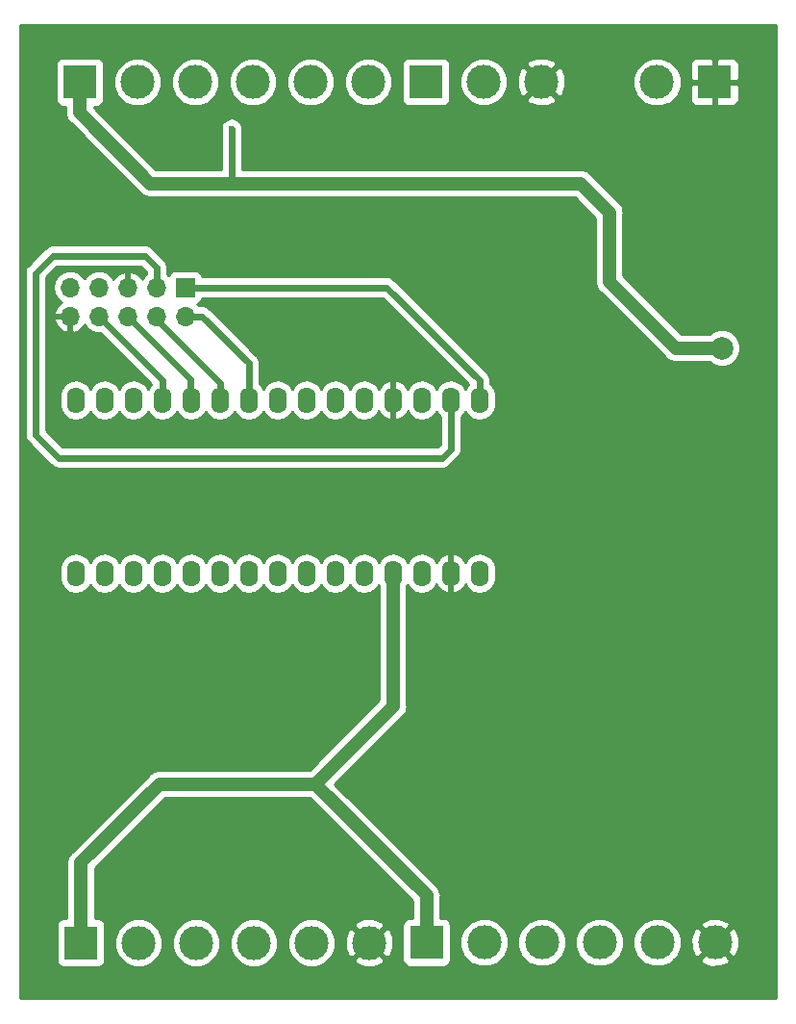
<source format=gbr>
G04 #@! TF.GenerationSoftware,KiCad,Pcbnew,5.0.2+dfsg1-1*
G04 #@! TF.CreationDate,2021-01-22T14:28:10+01:00*
G04 #@! TF.ProjectId,wat,7761742e-6b69-4636-9164-5f7063625858,rev?*
G04 #@! TF.SameCoordinates,Original*
G04 #@! TF.FileFunction,Copper,L2,Bot*
G04 #@! TF.FilePolarity,Positive*
%FSLAX46Y46*%
G04 Gerber Fmt 4.6, Leading zero omitted, Abs format (unit mm)*
G04 Created by KiCad (PCBNEW 5.0.2+dfsg1-1) date vie 22 ene 2021 14:28:10 CET*
%MOMM*%
%LPD*%
G01*
G04 APERTURE LIST*
G04 #@! TA.AperFunction,ComponentPad*
%ADD10C,3.000000*%
G04 #@! TD*
G04 #@! TA.AperFunction,ComponentPad*
%ADD11R,3.000000X3.000000*%
G04 #@! TD*
G04 #@! TA.AperFunction,ComponentPad*
%ADD12O,1.700000X1.700000*%
G04 #@! TD*
G04 #@! TA.AperFunction,ComponentPad*
%ADD13R,1.700000X1.700000*%
G04 #@! TD*
G04 #@! TA.AperFunction,ComponentPad*
%ADD14C,1.998980*%
G04 #@! TD*
G04 #@! TA.AperFunction,ComponentPad*
%ADD15O,1.574800X2.286000*%
G04 #@! TD*
G04 #@! TA.AperFunction,ViaPad*
%ADD16C,0.600000*%
G04 #@! TD*
G04 #@! TA.AperFunction,Conductor*
%ADD17C,1.200000*%
G04 #@! TD*
G04 #@! TA.AperFunction,Conductor*
%ADD18C,0.600000*%
G04 #@! TD*
G04 #@! TA.AperFunction,Conductor*
%ADD19C,0.254000*%
G04 #@! TD*
G04 APERTURE END LIST*
D10*
G04 #@! TO.P,J4,6*
G04 #@! TO.N,/D4*
X91795600Y-79222600D03*
G04 #@! TO.P,J4,5*
G04 #@! TO.N,/D5*
X86715600Y-79222600D03*
G04 #@! TO.P,J4,4*
G04 #@! TO.N,/D10*
X81635600Y-79222600D03*
D11*
G04 #@! TO.P,J4,1*
G04 #@! TO.N,VCC*
X66395600Y-79222600D03*
D10*
G04 #@! TO.P,J4,3*
G04 #@! TO.N,/D11*
X76555600Y-79222600D03*
G04 #@! TO.P,J4,2*
G04 #@! TO.N,/D12*
X71475600Y-79222600D03*
G04 #@! TD*
D12*
G04 #@! TO.P,J1,10*
G04 #@! TO.N,GND*
X65532000Y-99822000D03*
G04 #@! TO.P,J1,9*
G04 #@! TO.N,/vcc_5v*
X65532000Y-97282000D03*
G04 #@! TO.P,J1,8*
G04 #@! TO.N,/D9*
X68072000Y-99822000D03*
G04 #@! TO.P,J1,7*
G04 #@! TO.N,/vcc_5v*
X68072000Y-97282000D03*
G04 #@! TO.P,J1,6*
G04 #@! TO.N,/D8*
X70612000Y-99822000D03*
G04 #@! TO.P,J1,5*
G04 #@! TO.N,GND*
X70612000Y-97282000D03*
G04 #@! TO.P,J1,4*
G04 #@! TO.N,/D7*
X73152000Y-99822000D03*
G04 #@! TO.P,J1,3*
G04 #@! TO.N,/ard_rx*
X73152000Y-97282000D03*
G04 #@! TO.P,J1,2*
G04 #@! TO.N,/D6*
X75692000Y-99822000D03*
D13*
G04 #@! TO.P,J1,1*
G04 #@! TO.N,/ard_tx*
X75692000Y-97282000D03*
G04 #@! TD*
D10*
G04 #@! TO.P,J2,6*
G04 #@! TO.N,GND*
X122326400Y-154914600D03*
G04 #@! TO.P,J2,5*
G04 #@! TO.N,/jA7*
X117246400Y-154914600D03*
G04 #@! TO.P,J2,4*
G04 #@! TO.N,/jA6*
X112166400Y-154914600D03*
D11*
G04 #@! TO.P,J2,1*
G04 #@! TO.N,VCC*
X96926400Y-154914600D03*
D10*
G04 #@! TO.P,J2,3*
G04 #@! TO.N,/jA5*
X107086400Y-154914600D03*
G04 #@! TO.P,J2,2*
G04 #@! TO.N,/jA4*
X102006400Y-154914600D03*
G04 #@! TD*
D11*
G04 #@! TO.P,J3,1*
G04 #@! TO.N,/D3*
X96875600Y-79197200D03*
D10*
G04 #@! TO.P,J3,2*
G04 #@! TO.N,/D2*
X101955600Y-79197200D03*
G04 #@! TO.P,J3,3*
G04 #@! TO.N,GND*
X107035600Y-79197200D03*
G04 #@! TD*
G04 #@! TO.P,J5,2*
G04 #@! TO.N,/jA0*
X71551800Y-154940000D03*
G04 #@! TO.P,J5,3*
G04 #@! TO.N,/jA1*
X76631800Y-154940000D03*
D11*
G04 #@! TO.P,J5,1*
G04 #@! TO.N,VCC*
X66471800Y-154940000D03*
D10*
G04 #@! TO.P,J5,4*
G04 #@! TO.N,/jA2*
X81711800Y-154940000D03*
G04 #@! TO.P,J5,5*
G04 #@! TO.N,/jA3*
X86791800Y-154940000D03*
G04 #@! TO.P,J5,6*
G04 #@! TO.N,GND*
X91871800Y-154940000D03*
G04 #@! TD*
G04 #@! TO.P,P1,2*
G04 #@! TO.N,/vcc_5v*
X117221000Y-79222600D03*
D11*
G04 #@! TO.P,P1,1*
G04 #@! TO.N,GND*
X122301000Y-79222600D03*
G04 #@! TD*
D14*
G04 #@! TO.P,W1,1*
G04 #@! TO.N,VCC*
X122936000Y-102616000D03*
G04 #@! TD*
D15*
G04 #@! TO.P,U1,26*
G04 #@! TO.N,/A7*
X91440000Y-122428000D03*
G04 #@! TO.P,U1,25*
G04 #@! TO.N,/A6*
X88900000Y-122428000D03*
G04 #@! TO.P,U1,24*
G04 #@! TO.N,/A5*
X86360000Y-122428000D03*
G04 #@! TO.P,U1,23*
G04 #@! TO.N,/A4*
X83820000Y-122428000D03*
G04 #@! TO.P,U1,22*
G04 #@! TO.N,/A3*
X81280000Y-122428000D03*
G04 #@! TO.P,U1,21*
G04 #@! TO.N,/A2*
X78740000Y-122428000D03*
G04 #@! TO.P,U1,20*
G04 #@! TO.N,/A1*
X76200000Y-122428000D03*
G04 #@! TO.P,U1,16*
G04 #@! TO.N,Net-(U1-Pad16)*
X66040000Y-122428000D03*
G04 #@! TO.P,U1,15*
G04 #@! TO.N,/D12*
X66040000Y-107188000D03*
G04 #@! TO.P,U1,14*
G04 #@! TO.N,/D11*
X68580000Y-107188000D03*
G04 #@! TO.P,U1,13*
G04 #@! TO.N,/D10*
X71120000Y-107188000D03*
G04 #@! TO.P,U1,12*
G04 #@! TO.N,/D9*
X73660000Y-107188000D03*
G04 #@! TO.P,U1,11*
G04 #@! TO.N,/D8*
X76200000Y-107188000D03*
G04 #@! TO.P,U1,10*
G04 #@! TO.N,/D7*
X78740000Y-107188000D03*
G04 #@! TO.P,U1,9*
G04 #@! TO.N,/D6*
X81280000Y-107188000D03*
G04 #@! TO.P,U1,8*
G04 #@! TO.N,/D5*
X83820000Y-107188000D03*
G04 #@! TO.P,U1,7*
G04 #@! TO.N,/D4*
X86360000Y-107188000D03*
G04 #@! TO.P,U1,6*
G04 #@! TO.N,/D3*
X88900000Y-107188000D03*
G04 #@! TO.P,U1,5*
G04 #@! TO.N,/D2*
X91440000Y-107188000D03*
G04 #@! TO.P,U1,1*
G04 #@! TO.N,/ard_tx*
X101600000Y-107188000D03*
G04 #@! TO.P,U1,17*
G04 #@! TO.N,Net-(U1-Pad17)*
X68580000Y-122428000D03*
G04 #@! TO.P,U1,18*
G04 #@! TO.N,Net-(U1-Pad18)*
X71120000Y-122428000D03*
G04 #@! TO.P,U1,19*
G04 #@! TO.N,/A0*
X73660000Y-122428000D03*
G04 #@! TO.P,U1,27*
G04 #@! TO.N,VCC*
X93980000Y-122428000D03*
G04 #@! TO.P,U1,28*
G04 #@! TO.N,Net-(U1-Pad28)*
X96520000Y-122428000D03*
G04 #@! TO.P,U1,29*
G04 #@! TO.N,GND*
X99060000Y-122428000D03*
G04 #@! TO.P,U1,30*
G04 #@! TO.N,Net-(U1-Pad30)*
X101600000Y-122428000D03*
G04 #@! TO.P,U1,4*
G04 #@! TO.N,GND*
X93980000Y-107188000D03*
G04 #@! TO.P,U1,3*
G04 #@! TO.N,Net-(U1-Pad3)*
X96520000Y-107188000D03*
G04 #@! TO.P,U1,2*
G04 #@! TO.N,/ard_rx*
X99060000Y-107188000D03*
G04 #@! TD*
D16*
G04 #@! TO.N,VCC*
X79756000Y-83312000D03*
X95980000Y-88138000D03*
X113030000Y-90678000D03*
X113030000Y-93980000D03*
X66395600Y-81922600D03*
G04 #@! TD*
D17*
G04 #@! TO.N,VCC*
X113030000Y-90678000D02*
X110490000Y-88138000D01*
X66395600Y-81922600D02*
X66395600Y-79222600D01*
X66471800Y-154940000D02*
X66471800Y-147904200D01*
X66471800Y-147904200D02*
X73406000Y-140970000D01*
X73406000Y-140970000D02*
X87122000Y-140970000D01*
X93980000Y-134112000D02*
X93980000Y-122428000D01*
X87122000Y-140970000D02*
X93980000Y-134112000D01*
X96926400Y-150774400D02*
X87122000Y-140970000D01*
X96926400Y-154914600D02*
X96926400Y-150774400D01*
X118872000Y-102616000D02*
X113030000Y-96774000D01*
X122936000Y-102616000D02*
X118872000Y-102616000D01*
D18*
X79756000Y-83312000D02*
X79756000Y-88138000D01*
D17*
X79756000Y-88138000D02*
X72611000Y-88138000D01*
X110490000Y-88138000D02*
X92964000Y-88138000D01*
X92964000Y-88138000D02*
X79756000Y-88138000D01*
X72611000Y-88138000D02*
X67056000Y-82583000D01*
X67056000Y-82583000D02*
X66395600Y-81922600D01*
X113030000Y-96774000D02*
X113030000Y-94996000D01*
X113030000Y-94996000D02*
X113030000Y-93980000D01*
X113030000Y-93980000D02*
X113030000Y-90678000D01*
D18*
G04 #@! TO.N,/ard_rx*
X99060000Y-107188000D02*
X99060000Y-106832400D01*
X99060000Y-107188000D02*
X99060000Y-111506000D01*
X73152000Y-95504000D02*
X73152000Y-97282000D01*
X72136000Y-94488000D02*
X73152000Y-95504000D01*
X64008000Y-94488000D02*
X72136000Y-94488000D01*
X62484000Y-96012000D02*
X64008000Y-94488000D01*
X62484000Y-110236000D02*
X62484000Y-96012000D01*
X64516000Y-112268000D02*
X62484000Y-110236000D01*
X98298000Y-112268000D02*
X64516000Y-112268000D01*
X99060000Y-111506000D02*
X98298000Y-112268000D01*
G04 #@! TO.N,/ard_tx*
X93437000Y-97282000D02*
X91186000Y-97282000D01*
X101600000Y-105445000D02*
X93437000Y-97282000D01*
X101600000Y-107188000D02*
X101600000Y-105445000D01*
X75692000Y-97282000D02*
X91186000Y-97282000D01*
X91186000Y-97282000D02*
X92456000Y-97282000D01*
G04 #@! TO.N,/D9*
X68072000Y-99822000D02*
X68072000Y-99885500D01*
X73660000Y-105473500D02*
X73660000Y-107188000D01*
X68072000Y-99885500D02*
X73660000Y-105473500D01*
G04 #@! TO.N,/D8*
X70612000Y-99822000D02*
X76136500Y-105346500D01*
X76136500Y-107124500D02*
X76200000Y-107188000D01*
X76136500Y-105346500D02*
X76136500Y-107124500D01*
G04 #@! TO.N,/D7*
X73152000Y-99822000D02*
X73152000Y-100076000D01*
X78740000Y-105664000D02*
X78740000Y-107188000D01*
X73152000Y-100076000D02*
X78740000Y-105664000D01*
G04 #@! TO.N,/D6*
X75692000Y-99822000D02*
X77152500Y-99822000D01*
X81280000Y-103949500D02*
X81280000Y-107188000D01*
X77152500Y-99822000D02*
X81280000Y-103949500D01*
G04 #@! TD*
D19*
G04 #@! TO.N,GND*
G36*
X127687001Y-159818000D02*
X61162000Y-159818000D01*
X61162000Y-153440000D01*
X64324360Y-153440000D01*
X64324360Y-156440000D01*
X64373643Y-156687765D01*
X64513991Y-156897809D01*
X64724035Y-157038157D01*
X64971800Y-157087440D01*
X67971800Y-157087440D01*
X68219565Y-157038157D01*
X68429609Y-156897809D01*
X68569957Y-156687765D01*
X68619240Y-156440000D01*
X68619240Y-154515322D01*
X69416800Y-154515322D01*
X69416800Y-155364678D01*
X69741834Y-156149380D01*
X70342420Y-156749966D01*
X71127122Y-157075000D01*
X71976478Y-157075000D01*
X72761180Y-156749966D01*
X73361766Y-156149380D01*
X73686800Y-155364678D01*
X73686800Y-154515322D01*
X74496800Y-154515322D01*
X74496800Y-155364678D01*
X74821834Y-156149380D01*
X75422420Y-156749966D01*
X76207122Y-157075000D01*
X77056478Y-157075000D01*
X77841180Y-156749966D01*
X78441766Y-156149380D01*
X78766800Y-155364678D01*
X78766800Y-154515322D01*
X79576800Y-154515322D01*
X79576800Y-155364678D01*
X79901834Y-156149380D01*
X80502420Y-156749966D01*
X81287122Y-157075000D01*
X82136478Y-157075000D01*
X82921180Y-156749966D01*
X83521766Y-156149380D01*
X83846800Y-155364678D01*
X83846800Y-154515322D01*
X84656800Y-154515322D01*
X84656800Y-155364678D01*
X84981834Y-156149380D01*
X85582420Y-156749966D01*
X86367122Y-157075000D01*
X87216478Y-157075000D01*
X88001180Y-156749966D01*
X88297176Y-156453970D01*
X90537435Y-156453970D01*
X90697218Y-156772739D01*
X91487987Y-157082723D01*
X92337187Y-157066497D01*
X93046382Y-156772739D01*
X93206165Y-156453970D01*
X91871800Y-155119605D01*
X90537435Y-156453970D01*
X88297176Y-156453970D01*
X88601766Y-156149380D01*
X88926800Y-155364678D01*
X88926800Y-154556187D01*
X89729077Y-154556187D01*
X89745303Y-155405387D01*
X90039061Y-156114582D01*
X90357830Y-156274365D01*
X91692195Y-154940000D01*
X92051405Y-154940000D01*
X93385770Y-156274365D01*
X93704539Y-156114582D01*
X94014523Y-155323813D01*
X93998297Y-154474613D01*
X93704539Y-153765418D01*
X93385770Y-153605635D01*
X92051405Y-154940000D01*
X91692195Y-154940000D01*
X90357830Y-153605635D01*
X90039061Y-153765418D01*
X89729077Y-154556187D01*
X88926800Y-154556187D01*
X88926800Y-154515322D01*
X88601766Y-153730620D01*
X88297176Y-153426030D01*
X90537435Y-153426030D01*
X91871800Y-154760395D01*
X93206165Y-153426030D01*
X93046382Y-153107261D01*
X92255613Y-152797277D01*
X91406413Y-152813503D01*
X90697218Y-153107261D01*
X90537435Y-153426030D01*
X88297176Y-153426030D01*
X88001180Y-153130034D01*
X87216478Y-152805000D01*
X86367122Y-152805000D01*
X85582420Y-153130034D01*
X84981834Y-153730620D01*
X84656800Y-154515322D01*
X83846800Y-154515322D01*
X83521766Y-153730620D01*
X82921180Y-153130034D01*
X82136478Y-152805000D01*
X81287122Y-152805000D01*
X80502420Y-153130034D01*
X79901834Y-153730620D01*
X79576800Y-154515322D01*
X78766800Y-154515322D01*
X78441766Y-153730620D01*
X77841180Y-153130034D01*
X77056478Y-152805000D01*
X76207122Y-152805000D01*
X75422420Y-153130034D01*
X74821834Y-153730620D01*
X74496800Y-154515322D01*
X73686800Y-154515322D01*
X73361766Y-153730620D01*
X72761180Y-153130034D01*
X71976478Y-152805000D01*
X71127122Y-152805000D01*
X70342420Y-153130034D01*
X69741834Y-153730620D01*
X69416800Y-154515322D01*
X68619240Y-154515322D01*
X68619240Y-153440000D01*
X68569957Y-153192235D01*
X68429609Y-152982191D01*
X68219565Y-152841843D01*
X67971800Y-152792560D01*
X67706800Y-152792560D01*
X67706800Y-148415753D01*
X73917554Y-142205000D01*
X86610447Y-142205000D01*
X95691401Y-151285955D01*
X95691401Y-152767160D01*
X95426400Y-152767160D01*
X95178635Y-152816443D01*
X94968591Y-152956791D01*
X94828243Y-153166835D01*
X94778960Y-153414600D01*
X94778960Y-156414600D01*
X94828243Y-156662365D01*
X94968591Y-156872409D01*
X95178635Y-157012757D01*
X95426400Y-157062040D01*
X98426400Y-157062040D01*
X98674165Y-157012757D01*
X98884209Y-156872409D01*
X99024557Y-156662365D01*
X99073840Y-156414600D01*
X99073840Y-154489922D01*
X99871400Y-154489922D01*
X99871400Y-155339278D01*
X100196434Y-156123980D01*
X100797020Y-156724566D01*
X101581722Y-157049600D01*
X102431078Y-157049600D01*
X103215780Y-156724566D01*
X103816366Y-156123980D01*
X104141400Y-155339278D01*
X104141400Y-154489922D01*
X104951400Y-154489922D01*
X104951400Y-155339278D01*
X105276434Y-156123980D01*
X105877020Y-156724566D01*
X106661722Y-157049600D01*
X107511078Y-157049600D01*
X108295780Y-156724566D01*
X108896366Y-156123980D01*
X109221400Y-155339278D01*
X109221400Y-154489922D01*
X110031400Y-154489922D01*
X110031400Y-155339278D01*
X110356434Y-156123980D01*
X110957020Y-156724566D01*
X111741722Y-157049600D01*
X112591078Y-157049600D01*
X113375780Y-156724566D01*
X113976366Y-156123980D01*
X114301400Y-155339278D01*
X114301400Y-154489922D01*
X115111400Y-154489922D01*
X115111400Y-155339278D01*
X115436434Y-156123980D01*
X116037020Y-156724566D01*
X116821722Y-157049600D01*
X117671078Y-157049600D01*
X118455780Y-156724566D01*
X118751776Y-156428570D01*
X120992035Y-156428570D01*
X121151818Y-156747339D01*
X121942587Y-157057323D01*
X122791787Y-157041097D01*
X123500982Y-156747339D01*
X123660765Y-156428570D01*
X122326400Y-155094205D01*
X120992035Y-156428570D01*
X118751776Y-156428570D01*
X119056366Y-156123980D01*
X119381400Y-155339278D01*
X119381400Y-154530787D01*
X120183677Y-154530787D01*
X120199903Y-155379987D01*
X120493661Y-156089182D01*
X120812430Y-156248965D01*
X122146795Y-154914600D01*
X122506005Y-154914600D01*
X123840370Y-156248965D01*
X124159139Y-156089182D01*
X124469123Y-155298413D01*
X124452897Y-154449213D01*
X124159139Y-153740018D01*
X123840370Y-153580235D01*
X122506005Y-154914600D01*
X122146795Y-154914600D01*
X120812430Y-153580235D01*
X120493661Y-153740018D01*
X120183677Y-154530787D01*
X119381400Y-154530787D01*
X119381400Y-154489922D01*
X119056366Y-153705220D01*
X118751776Y-153400630D01*
X120992035Y-153400630D01*
X122326400Y-154734995D01*
X123660765Y-153400630D01*
X123500982Y-153081861D01*
X122710213Y-152771877D01*
X121861013Y-152788103D01*
X121151818Y-153081861D01*
X120992035Y-153400630D01*
X118751776Y-153400630D01*
X118455780Y-153104634D01*
X117671078Y-152779600D01*
X116821722Y-152779600D01*
X116037020Y-153104634D01*
X115436434Y-153705220D01*
X115111400Y-154489922D01*
X114301400Y-154489922D01*
X113976366Y-153705220D01*
X113375780Y-153104634D01*
X112591078Y-152779600D01*
X111741722Y-152779600D01*
X110957020Y-153104634D01*
X110356434Y-153705220D01*
X110031400Y-154489922D01*
X109221400Y-154489922D01*
X108896366Y-153705220D01*
X108295780Y-153104634D01*
X107511078Y-152779600D01*
X106661722Y-152779600D01*
X105877020Y-153104634D01*
X105276434Y-153705220D01*
X104951400Y-154489922D01*
X104141400Y-154489922D01*
X103816366Y-153705220D01*
X103215780Y-153104634D01*
X102431078Y-152779600D01*
X101581722Y-152779600D01*
X100797020Y-153104634D01*
X100196434Y-153705220D01*
X99871400Y-154489922D01*
X99073840Y-154489922D01*
X99073840Y-153414600D01*
X99024557Y-153166835D01*
X98884209Y-152956791D01*
X98674165Y-152816443D01*
X98426400Y-152767160D01*
X98161400Y-152767160D01*
X98161400Y-150896030D01*
X98185594Y-150774399D01*
X98161400Y-150652768D01*
X98161400Y-150652764D01*
X98089744Y-150292527D01*
X97816785Y-149884015D01*
X97713669Y-149815115D01*
X88868553Y-140970000D01*
X94767267Y-135071286D01*
X94870385Y-135002385D01*
X95143344Y-134593873D01*
X95215000Y-134233636D01*
X95215000Y-134233632D01*
X95239194Y-134112000D01*
X95215000Y-133990368D01*
X95215000Y-123495543D01*
X95250000Y-123443162D01*
X95494507Y-123809092D01*
X95965007Y-124123471D01*
X96520000Y-124233866D01*
X97074992Y-124123471D01*
X97545492Y-123809093D01*
X97792681Y-123439149D01*
X97794475Y-123445262D01*
X98144014Y-123879191D01*
X98633004Y-124146327D01*
X98712940Y-124163010D01*
X98933000Y-124040852D01*
X98933000Y-122555000D01*
X98913000Y-122555000D01*
X98913000Y-122301000D01*
X98933000Y-122301000D01*
X98933000Y-120815148D01*
X99187000Y-120815148D01*
X99187000Y-122301000D01*
X99207000Y-122301000D01*
X99207000Y-122555000D01*
X99187000Y-122555000D01*
X99187000Y-124040852D01*
X99407060Y-124163010D01*
X99486996Y-124146327D01*
X99975986Y-123879191D01*
X100325525Y-123445262D01*
X100327319Y-123439149D01*
X100574507Y-123809092D01*
X101045007Y-124123471D01*
X101600000Y-124233866D01*
X102154992Y-124123471D01*
X102625492Y-123809093D01*
X102939871Y-123338593D01*
X103022400Y-122923692D01*
X103022400Y-121932309D01*
X102939871Y-121517407D01*
X102625493Y-121046907D01*
X102154993Y-120732529D01*
X101600000Y-120622134D01*
X101045008Y-120732529D01*
X100574508Y-121046907D01*
X100327319Y-121416851D01*
X100325525Y-121410738D01*
X99975986Y-120976809D01*
X99486996Y-120709673D01*
X99407060Y-120692990D01*
X99187000Y-120815148D01*
X98933000Y-120815148D01*
X98712940Y-120692990D01*
X98633004Y-120709673D01*
X98144014Y-120976809D01*
X97794475Y-121410738D01*
X97792681Y-121416851D01*
X97545493Y-121046907D01*
X97074993Y-120732529D01*
X96520000Y-120622134D01*
X95965008Y-120732529D01*
X95494508Y-121046907D01*
X95250000Y-121412838D01*
X95005493Y-121046907D01*
X94534993Y-120732529D01*
X93980000Y-120622134D01*
X93425008Y-120732529D01*
X92954508Y-121046907D01*
X92710000Y-121412838D01*
X92465493Y-121046907D01*
X91994993Y-120732529D01*
X91440000Y-120622134D01*
X90885008Y-120732529D01*
X90414508Y-121046907D01*
X90170000Y-121412838D01*
X89925493Y-121046907D01*
X89454993Y-120732529D01*
X88900000Y-120622134D01*
X88345008Y-120732529D01*
X87874508Y-121046907D01*
X87630000Y-121412838D01*
X87385493Y-121046907D01*
X86914993Y-120732529D01*
X86360000Y-120622134D01*
X85805008Y-120732529D01*
X85334508Y-121046907D01*
X85090000Y-121412838D01*
X84845493Y-121046907D01*
X84374993Y-120732529D01*
X83820000Y-120622134D01*
X83265008Y-120732529D01*
X82794508Y-121046907D01*
X82550000Y-121412838D01*
X82305493Y-121046907D01*
X81834993Y-120732529D01*
X81280000Y-120622134D01*
X80725008Y-120732529D01*
X80254508Y-121046907D01*
X80010000Y-121412838D01*
X79765493Y-121046907D01*
X79294993Y-120732529D01*
X78740000Y-120622134D01*
X78185008Y-120732529D01*
X77714508Y-121046907D01*
X77470000Y-121412838D01*
X77225493Y-121046907D01*
X76754993Y-120732529D01*
X76200000Y-120622134D01*
X75645008Y-120732529D01*
X75174508Y-121046907D01*
X74930000Y-121412838D01*
X74685493Y-121046907D01*
X74214993Y-120732529D01*
X73660000Y-120622134D01*
X73105008Y-120732529D01*
X72634508Y-121046907D01*
X72390000Y-121412838D01*
X72145493Y-121046907D01*
X71674993Y-120732529D01*
X71120000Y-120622134D01*
X70565008Y-120732529D01*
X70094508Y-121046907D01*
X69850000Y-121412838D01*
X69605493Y-121046907D01*
X69134993Y-120732529D01*
X68580000Y-120622134D01*
X68025008Y-120732529D01*
X67554508Y-121046907D01*
X67310000Y-121412838D01*
X67065493Y-121046907D01*
X66594993Y-120732529D01*
X66040000Y-120622134D01*
X65485008Y-120732529D01*
X65014508Y-121046907D01*
X64700129Y-121517407D01*
X64617600Y-121932308D01*
X64617600Y-122923691D01*
X64700129Y-123338592D01*
X65014507Y-123809092D01*
X65485007Y-124123471D01*
X66040000Y-124233866D01*
X66594992Y-124123471D01*
X67065492Y-123809093D01*
X67310000Y-123443162D01*
X67554507Y-123809092D01*
X68025007Y-124123471D01*
X68580000Y-124233866D01*
X69134992Y-124123471D01*
X69605492Y-123809093D01*
X69850000Y-123443162D01*
X70094507Y-123809092D01*
X70565007Y-124123471D01*
X71120000Y-124233866D01*
X71674992Y-124123471D01*
X72145492Y-123809093D01*
X72390000Y-123443162D01*
X72634507Y-123809092D01*
X73105007Y-124123471D01*
X73660000Y-124233866D01*
X74214992Y-124123471D01*
X74685492Y-123809093D01*
X74930000Y-123443162D01*
X75174507Y-123809092D01*
X75645007Y-124123471D01*
X76200000Y-124233866D01*
X76754992Y-124123471D01*
X77225492Y-123809093D01*
X77470000Y-123443162D01*
X77714507Y-123809092D01*
X78185007Y-124123471D01*
X78740000Y-124233866D01*
X79294992Y-124123471D01*
X79765492Y-123809093D01*
X80010000Y-123443162D01*
X80254507Y-123809092D01*
X80725007Y-124123471D01*
X81280000Y-124233866D01*
X81834992Y-124123471D01*
X82305492Y-123809093D01*
X82550000Y-123443162D01*
X82794507Y-123809092D01*
X83265007Y-124123471D01*
X83820000Y-124233866D01*
X84374992Y-124123471D01*
X84845492Y-123809093D01*
X85090000Y-123443162D01*
X85334507Y-123809092D01*
X85805007Y-124123471D01*
X86360000Y-124233866D01*
X86914992Y-124123471D01*
X87385492Y-123809093D01*
X87630000Y-123443162D01*
X87874507Y-123809092D01*
X88345007Y-124123471D01*
X88900000Y-124233866D01*
X89454992Y-124123471D01*
X89925492Y-123809093D01*
X90170000Y-123443162D01*
X90414507Y-123809092D01*
X90885007Y-124123471D01*
X91440000Y-124233866D01*
X91994992Y-124123471D01*
X92465492Y-123809093D01*
X92710000Y-123443162D01*
X92745001Y-123495544D01*
X92745000Y-133600447D01*
X86610447Y-139735000D01*
X73527632Y-139735000D01*
X73406000Y-139710806D01*
X73284368Y-139735000D01*
X73284364Y-139735000D01*
X72924127Y-139806656D01*
X72618732Y-140010714D01*
X72618731Y-140010715D01*
X72515615Y-140079615D01*
X72446715Y-140182731D01*
X65684532Y-146944915D01*
X65581416Y-147013815D01*
X65512516Y-147116931D01*
X65512514Y-147116933D01*
X65308456Y-147422328D01*
X65212606Y-147904200D01*
X65236801Y-148025837D01*
X65236800Y-152792560D01*
X64971800Y-152792560D01*
X64724035Y-152841843D01*
X64513991Y-152982191D01*
X64373643Y-153192235D01*
X64324360Y-153440000D01*
X61162000Y-153440000D01*
X61162000Y-96012000D01*
X61530683Y-96012000D01*
X61549001Y-96104091D01*
X61549000Y-110143914D01*
X61530683Y-110236000D01*
X61549000Y-110328085D01*
X61603250Y-110600818D01*
X61809903Y-110910097D01*
X61887972Y-110962261D01*
X63789741Y-112864031D01*
X63841903Y-112942097D01*
X63919969Y-112994259D01*
X64151181Y-113148750D01*
X64516000Y-113221317D01*
X64608086Y-113203000D01*
X98205914Y-113203000D01*
X98298000Y-113221317D01*
X98390086Y-113203000D01*
X98662819Y-113148750D01*
X98972097Y-112942097D01*
X99024261Y-112864028D01*
X99656030Y-112232259D01*
X99734097Y-112180097D01*
X99940750Y-111870819D01*
X99995000Y-111598086D01*
X100013317Y-111506000D01*
X99995000Y-111413914D01*
X99995000Y-108629558D01*
X100085492Y-108569093D01*
X100330000Y-108203162D01*
X100574507Y-108569092D01*
X101045007Y-108883471D01*
X101600000Y-108993866D01*
X102154992Y-108883471D01*
X102625492Y-108569093D01*
X102939871Y-108098593D01*
X103022400Y-107683692D01*
X103022400Y-106692309D01*
X102939871Y-106277407D01*
X102625493Y-105806907D01*
X102535000Y-105746442D01*
X102535000Y-105537081D01*
X102553316Y-105444999D01*
X102535000Y-105352917D01*
X102535000Y-105352914D01*
X102480750Y-105080181D01*
X102274097Y-104770903D01*
X102196031Y-104718741D01*
X94163261Y-96685972D01*
X94111097Y-96607903D01*
X93801819Y-96401250D01*
X93529086Y-96347000D01*
X93437000Y-96328683D01*
X93344914Y-96347000D01*
X77172533Y-96347000D01*
X77140157Y-96184235D01*
X76999809Y-95974191D01*
X76789765Y-95833843D01*
X76542000Y-95784560D01*
X74842000Y-95784560D01*
X74594235Y-95833843D01*
X74384191Y-95974191D01*
X74243843Y-96184235D01*
X74234816Y-96229619D01*
X74222625Y-96211375D01*
X74087000Y-96120753D01*
X74087000Y-95596086D01*
X74105317Y-95504000D01*
X74032750Y-95139181D01*
X73878259Y-94907969D01*
X73826097Y-94829903D01*
X73748031Y-94777741D01*
X72862261Y-93891972D01*
X72810097Y-93813903D01*
X72500819Y-93607250D01*
X72228086Y-93553000D01*
X72136000Y-93534683D01*
X72043914Y-93553000D01*
X64100080Y-93553000D01*
X64007999Y-93534684D01*
X63915918Y-93553000D01*
X63915914Y-93553000D01*
X63643181Y-93607250D01*
X63333903Y-93813903D01*
X63281741Y-93891969D01*
X61887970Y-95285741D01*
X61809904Y-95337903D01*
X61757742Y-95415969D01*
X61757741Y-95415970D01*
X61603250Y-95647182D01*
X61530683Y-96012000D01*
X61162000Y-96012000D01*
X61162000Y-77722600D01*
X64248160Y-77722600D01*
X64248160Y-80722600D01*
X64297443Y-80970365D01*
X64437791Y-81180409D01*
X64647835Y-81320757D01*
X64895600Y-81370040D01*
X65160600Y-81370040D01*
X65160600Y-81800968D01*
X65136406Y-81922600D01*
X65160600Y-82044232D01*
X65160600Y-82044235D01*
X65232256Y-82404472D01*
X65505215Y-82812985D01*
X65608334Y-82881887D01*
X66096714Y-83370267D01*
X71651715Y-88925269D01*
X71720615Y-89028385D01*
X71823731Y-89097285D01*
X71823732Y-89097286D01*
X71994572Y-89211437D01*
X72129127Y-89301344D01*
X72489364Y-89373000D01*
X72489368Y-89373000D01*
X72610999Y-89397194D01*
X72732630Y-89373000D01*
X109978447Y-89373000D01*
X111795001Y-91189555D01*
X111795000Y-93858364D01*
X111795000Y-96652368D01*
X111770806Y-96774000D01*
X111795000Y-96895632D01*
X111795000Y-96895635D01*
X111866656Y-97255872D01*
X112139615Y-97664385D01*
X112242734Y-97733287D01*
X117912713Y-103403266D01*
X117981615Y-103506385D01*
X118390127Y-103779344D01*
X118750364Y-103851000D01*
X118750368Y-103851000D01*
X118872000Y-103875194D01*
X118993632Y-103851000D01*
X121859482Y-103851000D01*
X122010136Y-104001654D01*
X122610880Y-104250490D01*
X123261120Y-104250490D01*
X123861864Y-104001654D01*
X124321654Y-103541864D01*
X124570490Y-102941120D01*
X124570490Y-102290880D01*
X124321654Y-101690136D01*
X123861864Y-101230346D01*
X123261120Y-100981510D01*
X122610880Y-100981510D01*
X122010136Y-101230346D01*
X121859482Y-101381000D01*
X119383553Y-101381000D01*
X114265000Y-96262447D01*
X114265000Y-90799630D01*
X114289194Y-90677999D01*
X114265000Y-90556368D01*
X114265000Y-90556364D01*
X114193344Y-90196127D01*
X113920385Y-89787615D01*
X113817269Y-89718715D01*
X111449287Y-87350734D01*
X111380385Y-87247615D01*
X110971873Y-86974656D01*
X110611636Y-86903000D01*
X110611632Y-86903000D01*
X110490000Y-86878806D01*
X110368368Y-86903000D01*
X80691000Y-86903000D01*
X80691000Y-83126017D01*
X80655067Y-83039267D01*
X80636750Y-82947181D01*
X80584588Y-82869115D01*
X80548655Y-82782365D01*
X80482259Y-82715969D01*
X80430097Y-82637903D01*
X80352031Y-82585741D01*
X80285635Y-82519345D01*
X80198883Y-82483411D01*
X80120818Y-82431250D01*
X80028734Y-82412933D01*
X79941983Y-82377000D01*
X79848086Y-82377000D01*
X79756000Y-82358683D01*
X79663914Y-82377000D01*
X79570017Y-82377000D01*
X79483267Y-82412933D01*
X79391181Y-82431250D01*
X79313115Y-82483412D01*
X79226365Y-82519345D01*
X79159969Y-82585741D01*
X79081903Y-82637903D01*
X79029741Y-82715969D01*
X78963345Y-82782365D01*
X78927411Y-82869117D01*
X78875250Y-82947182D01*
X78856933Y-83039266D01*
X78821000Y-83126017D01*
X78821000Y-83219915D01*
X78821001Y-86903000D01*
X73122554Y-86903000D01*
X67843267Y-81623714D01*
X67843265Y-81623712D01*
X67630600Y-81411048D01*
X67630600Y-81370040D01*
X67895600Y-81370040D01*
X68143365Y-81320757D01*
X68353409Y-81180409D01*
X68493757Y-80970365D01*
X68543040Y-80722600D01*
X68543040Y-78797922D01*
X69340600Y-78797922D01*
X69340600Y-79647278D01*
X69665634Y-80431980D01*
X70266220Y-81032566D01*
X71050922Y-81357600D01*
X71900278Y-81357600D01*
X72684980Y-81032566D01*
X73285566Y-80431980D01*
X73610600Y-79647278D01*
X73610600Y-78797922D01*
X74420600Y-78797922D01*
X74420600Y-79647278D01*
X74745634Y-80431980D01*
X75346220Y-81032566D01*
X76130922Y-81357600D01*
X76980278Y-81357600D01*
X77764980Y-81032566D01*
X78365566Y-80431980D01*
X78690600Y-79647278D01*
X78690600Y-78797922D01*
X79500600Y-78797922D01*
X79500600Y-79647278D01*
X79825634Y-80431980D01*
X80426220Y-81032566D01*
X81210922Y-81357600D01*
X82060278Y-81357600D01*
X82844980Y-81032566D01*
X83445566Y-80431980D01*
X83770600Y-79647278D01*
X83770600Y-78797922D01*
X84580600Y-78797922D01*
X84580600Y-79647278D01*
X84905634Y-80431980D01*
X85506220Y-81032566D01*
X86290922Y-81357600D01*
X87140278Y-81357600D01*
X87924980Y-81032566D01*
X88525566Y-80431980D01*
X88850600Y-79647278D01*
X88850600Y-78797922D01*
X89660600Y-78797922D01*
X89660600Y-79647278D01*
X89985634Y-80431980D01*
X90586220Y-81032566D01*
X91370922Y-81357600D01*
X92220278Y-81357600D01*
X93004980Y-81032566D01*
X93605566Y-80431980D01*
X93930600Y-79647278D01*
X93930600Y-78797922D01*
X93605566Y-78013220D01*
X93289546Y-77697200D01*
X94728160Y-77697200D01*
X94728160Y-80697200D01*
X94777443Y-80944965D01*
X94917791Y-81155009D01*
X95127835Y-81295357D01*
X95375600Y-81344640D01*
X98375600Y-81344640D01*
X98623365Y-81295357D01*
X98833409Y-81155009D01*
X98973757Y-80944965D01*
X99023040Y-80697200D01*
X99023040Y-78772522D01*
X99820600Y-78772522D01*
X99820600Y-79621878D01*
X100145634Y-80406580D01*
X100746220Y-81007166D01*
X101530922Y-81332200D01*
X102380278Y-81332200D01*
X103164980Y-81007166D01*
X103460976Y-80711170D01*
X105701235Y-80711170D01*
X105861018Y-81029939D01*
X106651787Y-81339923D01*
X107500987Y-81323697D01*
X108210182Y-81029939D01*
X108369965Y-80711170D01*
X107035600Y-79376805D01*
X105701235Y-80711170D01*
X103460976Y-80711170D01*
X103765566Y-80406580D01*
X104090600Y-79621878D01*
X104090600Y-78813387D01*
X104892877Y-78813387D01*
X104909103Y-79662587D01*
X105202861Y-80371782D01*
X105521630Y-80531565D01*
X106855995Y-79197200D01*
X107215205Y-79197200D01*
X108549570Y-80531565D01*
X108868339Y-80371782D01*
X109178323Y-79581013D01*
X109163361Y-78797922D01*
X115086000Y-78797922D01*
X115086000Y-79647278D01*
X115411034Y-80431980D01*
X116011620Y-81032566D01*
X116796322Y-81357600D01*
X117645678Y-81357600D01*
X118430380Y-81032566D01*
X119030966Y-80431980D01*
X119356000Y-79647278D01*
X119356000Y-79508350D01*
X120166000Y-79508350D01*
X120166000Y-80848910D01*
X120262673Y-81082299D01*
X120441302Y-81260927D01*
X120674691Y-81357600D01*
X122015250Y-81357600D01*
X122174000Y-81198850D01*
X122174000Y-79349600D01*
X122428000Y-79349600D01*
X122428000Y-81198850D01*
X122586750Y-81357600D01*
X123927309Y-81357600D01*
X124160698Y-81260927D01*
X124339327Y-81082299D01*
X124436000Y-80848910D01*
X124436000Y-79508350D01*
X124277250Y-79349600D01*
X122428000Y-79349600D01*
X122174000Y-79349600D01*
X120324750Y-79349600D01*
X120166000Y-79508350D01*
X119356000Y-79508350D01*
X119356000Y-78797922D01*
X119030966Y-78013220D01*
X118614036Y-77596290D01*
X120166000Y-77596290D01*
X120166000Y-78936850D01*
X120324750Y-79095600D01*
X122174000Y-79095600D01*
X122174000Y-77246350D01*
X122428000Y-77246350D01*
X122428000Y-79095600D01*
X124277250Y-79095600D01*
X124436000Y-78936850D01*
X124436000Y-77596290D01*
X124339327Y-77362901D01*
X124160698Y-77184273D01*
X123927309Y-77087600D01*
X122586750Y-77087600D01*
X122428000Y-77246350D01*
X122174000Y-77246350D01*
X122015250Y-77087600D01*
X120674691Y-77087600D01*
X120441302Y-77184273D01*
X120262673Y-77362901D01*
X120166000Y-77596290D01*
X118614036Y-77596290D01*
X118430380Y-77412634D01*
X117645678Y-77087600D01*
X116796322Y-77087600D01*
X116011620Y-77412634D01*
X115411034Y-78013220D01*
X115086000Y-78797922D01*
X109163361Y-78797922D01*
X109162097Y-78731813D01*
X108868339Y-78022618D01*
X108549570Y-77862835D01*
X107215205Y-79197200D01*
X106855995Y-79197200D01*
X105521630Y-77862835D01*
X105202861Y-78022618D01*
X104892877Y-78813387D01*
X104090600Y-78813387D01*
X104090600Y-78772522D01*
X103765566Y-77987820D01*
X103460976Y-77683230D01*
X105701235Y-77683230D01*
X107035600Y-79017595D01*
X108369965Y-77683230D01*
X108210182Y-77364461D01*
X107419413Y-77054477D01*
X106570213Y-77070703D01*
X105861018Y-77364461D01*
X105701235Y-77683230D01*
X103460976Y-77683230D01*
X103164980Y-77387234D01*
X102380278Y-77062200D01*
X101530922Y-77062200D01*
X100746220Y-77387234D01*
X100145634Y-77987820D01*
X99820600Y-78772522D01*
X99023040Y-78772522D01*
X99023040Y-77697200D01*
X98973757Y-77449435D01*
X98833409Y-77239391D01*
X98623365Y-77099043D01*
X98375600Y-77049760D01*
X95375600Y-77049760D01*
X95127835Y-77099043D01*
X94917791Y-77239391D01*
X94777443Y-77449435D01*
X94728160Y-77697200D01*
X93289546Y-77697200D01*
X93004980Y-77412634D01*
X92220278Y-77087600D01*
X91370922Y-77087600D01*
X90586220Y-77412634D01*
X89985634Y-78013220D01*
X89660600Y-78797922D01*
X88850600Y-78797922D01*
X88525566Y-78013220D01*
X87924980Y-77412634D01*
X87140278Y-77087600D01*
X86290922Y-77087600D01*
X85506220Y-77412634D01*
X84905634Y-78013220D01*
X84580600Y-78797922D01*
X83770600Y-78797922D01*
X83445566Y-78013220D01*
X82844980Y-77412634D01*
X82060278Y-77087600D01*
X81210922Y-77087600D01*
X80426220Y-77412634D01*
X79825634Y-78013220D01*
X79500600Y-78797922D01*
X78690600Y-78797922D01*
X78365566Y-78013220D01*
X77764980Y-77412634D01*
X76980278Y-77087600D01*
X76130922Y-77087600D01*
X75346220Y-77412634D01*
X74745634Y-78013220D01*
X74420600Y-78797922D01*
X73610600Y-78797922D01*
X73285566Y-78013220D01*
X72684980Y-77412634D01*
X71900278Y-77087600D01*
X71050922Y-77087600D01*
X70266220Y-77412634D01*
X69665634Y-78013220D01*
X69340600Y-78797922D01*
X68543040Y-78797922D01*
X68543040Y-77722600D01*
X68493757Y-77474835D01*
X68353409Y-77264791D01*
X68143365Y-77124443D01*
X67895600Y-77075160D01*
X64895600Y-77075160D01*
X64647835Y-77124443D01*
X64437791Y-77264791D01*
X64297443Y-77474835D01*
X64248160Y-77722600D01*
X61162000Y-77722600D01*
X61162000Y-74243000D01*
X127687000Y-74243000D01*
X127687001Y-159818000D01*
X127687001Y-159818000D01*
G37*
X127687001Y-159818000D02*
X61162000Y-159818000D01*
X61162000Y-153440000D01*
X64324360Y-153440000D01*
X64324360Y-156440000D01*
X64373643Y-156687765D01*
X64513991Y-156897809D01*
X64724035Y-157038157D01*
X64971800Y-157087440D01*
X67971800Y-157087440D01*
X68219565Y-157038157D01*
X68429609Y-156897809D01*
X68569957Y-156687765D01*
X68619240Y-156440000D01*
X68619240Y-154515322D01*
X69416800Y-154515322D01*
X69416800Y-155364678D01*
X69741834Y-156149380D01*
X70342420Y-156749966D01*
X71127122Y-157075000D01*
X71976478Y-157075000D01*
X72761180Y-156749966D01*
X73361766Y-156149380D01*
X73686800Y-155364678D01*
X73686800Y-154515322D01*
X74496800Y-154515322D01*
X74496800Y-155364678D01*
X74821834Y-156149380D01*
X75422420Y-156749966D01*
X76207122Y-157075000D01*
X77056478Y-157075000D01*
X77841180Y-156749966D01*
X78441766Y-156149380D01*
X78766800Y-155364678D01*
X78766800Y-154515322D01*
X79576800Y-154515322D01*
X79576800Y-155364678D01*
X79901834Y-156149380D01*
X80502420Y-156749966D01*
X81287122Y-157075000D01*
X82136478Y-157075000D01*
X82921180Y-156749966D01*
X83521766Y-156149380D01*
X83846800Y-155364678D01*
X83846800Y-154515322D01*
X84656800Y-154515322D01*
X84656800Y-155364678D01*
X84981834Y-156149380D01*
X85582420Y-156749966D01*
X86367122Y-157075000D01*
X87216478Y-157075000D01*
X88001180Y-156749966D01*
X88297176Y-156453970D01*
X90537435Y-156453970D01*
X90697218Y-156772739D01*
X91487987Y-157082723D01*
X92337187Y-157066497D01*
X93046382Y-156772739D01*
X93206165Y-156453970D01*
X91871800Y-155119605D01*
X90537435Y-156453970D01*
X88297176Y-156453970D01*
X88601766Y-156149380D01*
X88926800Y-155364678D01*
X88926800Y-154556187D01*
X89729077Y-154556187D01*
X89745303Y-155405387D01*
X90039061Y-156114582D01*
X90357830Y-156274365D01*
X91692195Y-154940000D01*
X92051405Y-154940000D01*
X93385770Y-156274365D01*
X93704539Y-156114582D01*
X94014523Y-155323813D01*
X93998297Y-154474613D01*
X93704539Y-153765418D01*
X93385770Y-153605635D01*
X92051405Y-154940000D01*
X91692195Y-154940000D01*
X90357830Y-153605635D01*
X90039061Y-153765418D01*
X89729077Y-154556187D01*
X88926800Y-154556187D01*
X88926800Y-154515322D01*
X88601766Y-153730620D01*
X88297176Y-153426030D01*
X90537435Y-153426030D01*
X91871800Y-154760395D01*
X93206165Y-153426030D01*
X93046382Y-153107261D01*
X92255613Y-152797277D01*
X91406413Y-152813503D01*
X90697218Y-153107261D01*
X90537435Y-153426030D01*
X88297176Y-153426030D01*
X88001180Y-153130034D01*
X87216478Y-152805000D01*
X86367122Y-152805000D01*
X85582420Y-153130034D01*
X84981834Y-153730620D01*
X84656800Y-154515322D01*
X83846800Y-154515322D01*
X83521766Y-153730620D01*
X82921180Y-153130034D01*
X82136478Y-152805000D01*
X81287122Y-152805000D01*
X80502420Y-153130034D01*
X79901834Y-153730620D01*
X79576800Y-154515322D01*
X78766800Y-154515322D01*
X78441766Y-153730620D01*
X77841180Y-153130034D01*
X77056478Y-152805000D01*
X76207122Y-152805000D01*
X75422420Y-153130034D01*
X74821834Y-153730620D01*
X74496800Y-154515322D01*
X73686800Y-154515322D01*
X73361766Y-153730620D01*
X72761180Y-153130034D01*
X71976478Y-152805000D01*
X71127122Y-152805000D01*
X70342420Y-153130034D01*
X69741834Y-153730620D01*
X69416800Y-154515322D01*
X68619240Y-154515322D01*
X68619240Y-153440000D01*
X68569957Y-153192235D01*
X68429609Y-152982191D01*
X68219565Y-152841843D01*
X67971800Y-152792560D01*
X67706800Y-152792560D01*
X67706800Y-148415753D01*
X73917554Y-142205000D01*
X86610447Y-142205000D01*
X95691401Y-151285955D01*
X95691401Y-152767160D01*
X95426400Y-152767160D01*
X95178635Y-152816443D01*
X94968591Y-152956791D01*
X94828243Y-153166835D01*
X94778960Y-153414600D01*
X94778960Y-156414600D01*
X94828243Y-156662365D01*
X94968591Y-156872409D01*
X95178635Y-157012757D01*
X95426400Y-157062040D01*
X98426400Y-157062040D01*
X98674165Y-157012757D01*
X98884209Y-156872409D01*
X99024557Y-156662365D01*
X99073840Y-156414600D01*
X99073840Y-154489922D01*
X99871400Y-154489922D01*
X99871400Y-155339278D01*
X100196434Y-156123980D01*
X100797020Y-156724566D01*
X101581722Y-157049600D01*
X102431078Y-157049600D01*
X103215780Y-156724566D01*
X103816366Y-156123980D01*
X104141400Y-155339278D01*
X104141400Y-154489922D01*
X104951400Y-154489922D01*
X104951400Y-155339278D01*
X105276434Y-156123980D01*
X105877020Y-156724566D01*
X106661722Y-157049600D01*
X107511078Y-157049600D01*
X108295780Y-156724566D01*
X108896366Y-156123980D01*
X109221400Y-155339278D01*
X109221400Y-154489922D01*
X110031400Y-154489922D01*
X110031400Y-155339278D01*
X110356434Y-156123980D01*
X110957020Y-156724566D01*
X111741722Y-157049600D01*
X112591078Y-157049600D01*
X113375780Y-156724566D01*
X113976366Y-156123980D01*
X114301400Y-155339278D01*
X114301400Y-154489922D01*
X115111400Y-154489922D01*
X115111400Y-155339278D01*
X115436434Y-156123980D01*
X116037020Y-156724566D01*
X116821722Y-157049600D01*
X117671078Y-157049600D01*
X118455780Y-156724566D01*
X118751776Y-156428570D01*
X120992035Y-156428570D01*
X121151818Y-156747339D01*
X121942587Y-157057323D01*
X122791787Y-157041097D01*
X123500982Y-156747339D01*
X123660765Y-156428570D01*
X122326400Y-155094205D01*
X120992035Y-156428570D01*
X118751776Y-156428570D01*
X119056366Y-156123980D01*
X119381400Y-155339278D01*
X119381400Y-154530787D01*
X120183677Y-154530787D01*
X120199903Y-155379987D01*
X120493661Y-156089182D01*
X120812430Y-156248965D01*
X122146795Y-154914600D01*
X122506005Y-154914600D01*
X123840370Y-156248965D01*
X124159139Y-156089182D01*
X124469123Y-155298413D01*
X124452897Y-154449213D01*
X124159139Y-153740018D01*
X123840370Y-153580235D01*
X122506005Y-154914600D01*
X122146795Y-154914600D01*
X120812430Y-153580235D01*
X120493661Y-153740018D01*
X120183677Y-154530787D01*
X119381400Y-154530787D01*
X119381400Y-154489922D01*
X119056366Y-153705220D01*
X118751776Y-153400630D01*
X120992035Y-153400630D01*
X122326400Y-154734995D01*
X123660765Y-153400630D01*
X123500982Y-153081861D01*
X122710213Y-152771877D01*
X121861013Y-152788103D01*
X121151818Y-153081861D01*
X120992035Y-153400630D01*
X118751776Y-153400630D01*
X118455780Y-153104634D01*
X117671078Y-152779600D01*
X116821722Y-152779600D01*
X116037020Y-153104634D01*
X115436434Y-153705220D01*
X115111400Y-154489922D01*
X114301400Y-154489922D01*
X113976366Y-153705220D01*
X113375780Y-153104634D01*
X112591078Y-152779600D01*
X111741722Y-152779600D01*
X110957020Y-153104634D01*
X110356434Y-153705220D01*
X110031400Y-154489922D01*
X109221400Y-154489922D01*
X108896366Y-153705220D01*
X108295780Y-153104634D01*
X107511078Y-152779600D01*
X106661722Y-152779600D01*
X105877020Y-153104634D01*
X105276434Y-153705220D01*
X104951400Y-154489922D01*
X104141400Y-154489922D01*
X103816366Y-153705220D01*
X103215780Y-153104634D01*
X102431078Y-152779600D01*
X101581722Y-152779600D01*
X100797020Y-153104634D01*
X100196434Y-153705220D01*
X99871400Y-154489922D01*
X99073840Y-154489922D01*
X99073840Y-153414600D01*
X99024557Y-153166835D01*
X98884209Y-152956791D01*
X98674165Y-152816443D01*
X98426400Y-152767160D01*
X98161400Y-152767160D01*
X98161400Y-150896030D01*
X98185594Y-150774399D01*
X98161400Y-150652768D01*
X98161400Y-150652764D01*
X98089744Y-150292527D01*
X97816785Y-149884015D01*
X97713669Y-149815115D01*
X88868553Y-140970000D01*
X94767267Y-135071286D01*
X94870385Y-135002385D01*
X95143344Y-134593873D01*
X95215000Y-134233636D01*
X95215000Y-134233632D01*
X95239194Y-134112000D01*
X95215000Y-133990368D01*
X95215000Y-123495543D01*
X95250000Y-123443162D01*
X95494507Y-123809092D01*
X95965007Y-124123471D01*
X96520000Y-124233866D01*
X97074992Y-124123471D01*
X97545492Y-123809093D01*
X97792681Y-123439149D01*
X97794475Y-123445262D01*
X98144014Y-123879191D01*
X98633004Y-124146327D01*
X98712940Y-124163010D01*
X98933000Y-124040852D01*
X98933000Y-122555000D01*
X98913000Y-122555000D01*
X98913000Y-122301000D01*
X98933000Y-122301000D01*
X98933000Y-120815148D01*
X99187000Y-120815148D01*
X99187000Y-122301000D01*
X99207000Y-122301000D01*
X99207000Y-122555000D01*
X99187000Y-122555000D01*
X99187000Y-124040852D01*
X99407060Y-124163010D01*
X99486996Y-124146327D01*
X99975986Y-123879191D01*
X100325525Y-123445262D01*
X100327319Y-123439149D01*
X100574507Y-123809092D01*
X101045007Y-124123471D01*
X101600000Y-124233866D01*
X102154992Y-124123471D01*
X102625492Y-123809093D01*
X102939871Y-123338593D01*
X103022400Y-122923692D01*
X103022400Y-121932309D01*
X102939871Y-121517407D01*
X102625493Y-121046907D01*
X102154993Y-120732529D01*
X101600000Y-120622134D01*
X101045008Y-120732529D01*
X100574508Y-121046907D01*
X100327319Y-121416851D01*
X100325525Y-121410738D01*
X99975986Y-120976809D01*
X99486996Y-120709673D01*
X99407060Y-120692990D01*
X99187000Y-120815148D01*
X98933000Y-120815148D01*
X98712940Y-120692990D01*
X98633004Y-120709673D01*
X98144014Y-120976809D01*
X97794475Y-121410738D01*
X97792681Y-121416851D01*
X97545493Y-121046907D01*
X97074993Y-120732529D01*
X96520000Y-120622134D01*
X95965008Y-120732529D01*
X95494508Y-121046907D01*
X95250000Y-121412838D01*
X95005493Y-121046907D01*
X94534993Y-120732529D01*
X93980000Y-120622134D01*
X93425008Y-120732529D01*
X92954508Y-121046907D01*
X92710000Y-121412838D01*
X92465493Y-121046907D01*
X91994993Y-120732529D01*
X91440000Y-120622134D01*
X90885008Y-120732529D01*
X90414508Y-121046907D01*
X90170000Y-121412838D01*
X89925493Y-121046907D01*
X89454993Y-120732529D01*
X88900000Y-120622134D01*
X88345008Y-120732529D01*
X87874508Y-121046907D01*
X87630000Y-121412838D01*
X87385493Y-121046907D01*
X86914993Y-120732529D01*
X86360000Y-120622134D01*
X85805008Y-120732529D01*
X85334508Y-121046907D01*
X85090000Y-121412838D01*
X84845493Y-121046907D01*
X84374993Y-120732529D01*
X83820000Y-120622134D01*
X83265008Y-120732529D01*
X82794508Y-121046907D01*
X82550000Y-121412838D01*
X82305493Y-121046907D01*
X81834993Y-120732529D01*
X81280000Y-120622134D01*
X80725008Y-120732529D01*
X80254508Y-121046907D01*
X80010000Y-121412838D01*
X79765493Y-121046907D01*
X79294993Y-120732529D01*
X78740000Y-120622134D01*
X78185008Y-120732529D01*
X77714508Y-121046907D01*
X77470000Y-121412838D01*
X77225493Y-121046907D01*
X76754993Y-120732529D01*
X76200000Y-120622134D01*
X75645008Y-120732529D01*
X75174508Y-121046907D01*
X74930000Y-121412838D01*
X74685493Y-121046907D01*
X74214993Y-120732529D01*
X73660000Y-120622134D01*
X73105008Y-120732529D01*
X72634508Y-121046907D01*
X72390000Y-121412838D01*
X72145493Y-121046907D01*
X71674993Y-120732529D01*
X71120000Y-120622134D01*
X70565008Y-120732529D01*
X70094508Y-121046907D01*
X69850000Y-121412838D01*
X69605493Y-121046907D01*
X69134993Y-120732529D01*
X68580000Y-120622134D01*
X68025008Y-120732529D01*
X67554508Y-121046907D01*
X67310000Y-121412838D01*
X67065493Y-121046907D01*
X66594993Y-120732529D01*
X66040000Y-120622134D01*
X65485008Y-120732529D01*
X65014508Y-121046907D01*
X64700129Y-121517407D01*
X64617600Y-121932308D01*
X64617600Y-122923691D01*
X64700129Y-123338592D01*
X65014507Y-123809092D01*
X65485007Y-124123471D01*
X66040000Y-124233866D01*
X66594992Y-124123471D01*
X67065492Y-123809093D01*
X67310000Y-123443162D01*
X67554507Y-123809092D01*
X68025007Y-124123471D01*
X68580000Y-124233866D01*
X69134992Y-124123471D01*
X69605492Y-123809093D01*
X69850000Y-123443162D01*
X70094507Y-123809092D01*
X70565007Y-124123471D01*
X71120000Y-124233866D01*
X71674992Y-124123471D01*
X72145492Y-123809093D01*
X72390000Y-123443162D01*
X72634507Y-123809092D01*
X73105007Y-124123471D01*
X73660000Y-124233866D01*
X74214992Y-124123471D01*
X74685492Y-123809093D01*
X74930000Y-123443162D01*
X75174507Y-123809092D01*
X75645007Y-124123471D01*
X76200000Y-124233866D01*
X76754992Y-124123471D01*
X77225492Y-123809093D01*
X77470000Y-123443162D01*
X77714507Y-123809092D01*
X78185007Y-124123471D01*
X78740000Y-124233866D01*
X79294992Y-124123471D01*
X79765492Y-123809093D01*
X80010000Y-123443162D01*
X80254507Y-123809092D01*
X80725007Y-124123471D01*
X81280000Y-124233866D01*
X81834992Y-124123471D01*
X82305492Y-123809093D01*
X82550000Y-123443162D01*
X82794507Y-123809092D01*
X83265007Y-124123471D01*
X83820000Y-124233866D01*
X84374992Y-124123471D01*
X84845492Y-123809093D01*
X85090000Y-123443162D01*
X85334507Y-123809092D01*
X85805007Y-124123471D01*
X86360000Y-124233866D01*
X86914992Y-124123471D01*
X87385492Y-123809093D01*
X87630000Y-123443162D01*
X87874507Y-123809092D01*
X88345007Y-124123471D01*
X88900000Y-124233866D01*
X89454992Y-124123471D01*
X89925492Y-123809093D01*
X90170000Y-123443162D01*
X90414507Y-123809092D01*
X90885007Y-124123471D01*
X91440000Y-124233866D01*
X91994992Y-124123471D01*
X92465492Y-123809093D01*
X92710000Y-123443162D01*
X92745001Y-123495544D01*
X92745000Y-133600447D01*
X86610447Y-139735000D01*
X73527632Y-139735000D01*
X73406000Y-139710806D01*
X73284368Y-139735000D01*
X73284364Y-139735000D01*
X72924127Y-139806656D01*
X72618732Y-140010714D01*
X72618731Y-140010715D01*
X72515615Y-140079615D01*
X72446715Y-140182731D01*
X65684532Y-146944915D01*
X65581416Y-147013815D01*
X65512516Y-147116931D01*
X65512514Y-147116933D01*
X65308456Y-147422328D01*
X65212606Y-147904200D01*
X65236801Y-148025837D01*
X65236800Y-152792560D01*
X64971800Y-152792560D01*
X64724035Y-152841843D01*
X64513991Y-152982191D01*
X64373643Y-153192235D01*
X64324360Y-153440000D01*
X61162000Y-153440000D01*
X61162000Y-96012000D01*
X61530683Y-96012000D01*
X61549001Y-96104091D01*
X61549000Y-110143914D01*
X61530683Y-110236000D01*
X61549000Y-110328085D01*
X61603250Y-110600818D01*
X61809903Y-110910097D01*
X61887972Y-110962261D01*
X63789741Y-112864031D01*
X63841903Y-112942097D01*
X63919969Y-112994259D01*
X64151181Y-113148750D01*
X64516000Y-113221317D01*
X64608086Y-113203000D01*
X98205914Y-113203000D01*
X98298000Y-113221317D01*
X98390086Y-113203000D01*
X98662819Y-113148750D01*
X98972097Y-112942097D01*
X99024261Y-112864028D01*
X99656030Y-112232259D01*
X99734097Y-112180097D01*
X99940750Y-111870819D01*
X99995000Y-111598086D01*
X100013317Y-111506000D01*
X99995000Y-111413914D01*
X99995000Y-108629558D01*
X100085492Y-108569093D01*
X100330000Y-108203162D01*
X100574507Y-108569092D01*
X101045007Y-108883471D01*
X101600000Y-108993866D01*
X102154992Y-108883471D01*
X102625492Y-108569093D01*
X102939871Y-108098593D01*
X103022400Y-107683692D01*
X103022400Y-106692309D01*
X102939871Y-106277407D01*
X102625493Y-105806907D01*
X102535000Y-105746442D01*
X102535000Y-105537081D01*
X102553316Y-105444999D01*
X102535000Y-105352917D01*
X102535000Y-105352914D01*
X102480750Y-105080181D01*
X102274097Y-104770903D01*
X102196031Y-104718741D01*
X94163261Y-96685972D01*
X94111097Y-96607903D01*
X93801819Y-96401250D01*
X93529086Y-96347000D01*
X93437000Y-96328683D01*
X93344914Y-96347000D01*
X77172533Y-96347000D01*
X77140157Y-96184235D01*
X76999809Y-95974191D01*
X76789765Y-95833843D01*
X76542000Y-95784560D01*
X74842000Y-95784560D01*
X74594235Y-95833843D01*
X74384191Y-95974191D01*
X74243843Y-96184235D01*
X74234816Y-96229619D01*
X74222625Y-96211375D01*
X74087000Y-96120753D01*
X74087000Y-95596086D01*
X74105317Y-95504000D01*
X74032750Y-95139181D01*
X73878259Y-94907969D01*
X73826097Y-94829903D01*
X73748031Y-94777741D01*
X72862261Y-93891972D01*
X72810097Y-93813903D01*
X72500819Y-93607250D01*
X72228086Y-93553000D01*
X72136000Y-93534683D01*
X72043914Y-93553000D01*
X64100080Y-93553000D01*
X64007999Y-93534684D01*
X63915918Y-93553000D01*
X63915914Y-93553000D01*
X63643181Y-93607250D01*
X63333903Y-93813903D01*
X63281741Y-93891969D01*
X61887970Y-95285741D01*
X61809904Y-95337903D01*
X61757742Y-95415969D01*
X61757741Y-95415970D01*
X61603250Y-95647182D01*
X61530683Y-96012000D01*
X61162000Y-96012000D01*
X61162000Y-77722600D01*
X64248160Y-77722600D01*
X64248160Y-80722600D01*
X64297443Y-80970365D01*
X64437791Y-81180409D01*
X64647835Y-81320757D01*
X64895600Y-81370040D01*
X65160600Y-81370040D01*
X65160600Y-81800968D01*
X65136406Y-81922600D01*
X65160600Y-82044232D01*
X65160600Y-82044235D01*
X65232256Y-82404472D01*
X65505215Y-82812985D01*
X65608334Y-82881887D01*
X66096714Y-83370267D01*
X71651715Y-88925269D01*
X71720615Y-89028385D01*
X71823731Y-89097285D01*
X71823732Y-89097286D01*
X71994572Y-89211437D01*
X72129127Y-89301344D01*
X72489364Y-89373000D01*
X72489368Y-89373000D01*
X72610999Y-89397194D01*
X72732630Y-89373000D01*
X109978447Y-89373000D01*
X111795001Y-91189555D01*
X111795000Y-93858364D01*
X111795000Y-96652368D01*
X111770806Y-96774000D01*
X111795000Y-96895632D01*
X111795000Y-96895635D01*
X111866656Y-97255872D01*
X112139615Y-97664385D01*
X112242734Y-97733287D01*
X117912713Y-103403266D01*
X117981615Y-103506385D01*
X118390127Y-103779344D01*
X118750364Y-103851000D01*
X118750368Y-103851000D01*
X118872000Y-103875194D01*
X118993632Y-103851000D01*
X121859482Y-103851000D01*
X122010136Y-104001654D01*
X122610880Y-104250490D01*
X123261120Y-104250490D01*
X123861864Y-104001654D01*
X124321654Y-103541864D01*
X124570490Y-102941120D01*
X124570490Y-102290880D01*
X124321654Y-101690136D01*
X123861864Y-101230346D01*
X123261120Y-100981510D01*
X122610880Y-100981510D01*
X122010136Y-101230346D01*
X121859482Y-101381000D01*
X119383553Y-101381000D01*
X114265000Y-96262447D01*
X114265000Y-90799630D01*
X114289194Y-90677999D01*
X114265000Y-90556368D01*
X114265000Y-90556364D01*
X114193344Y-90196127D01*
X113920385Y-89787615D01*
X113817269Y-89718715D01*
X111449287Y-87350734D01*
X111380385Y-87247615D01*
X110971873Y-86974656D01*
X110611636Y-86903000D01*
X110611632Y-86903000D01*
X110490000Y-86878806D01*
X110368368Y-86903000D01*
X80691000Y-86903000D01*
X80691000Y-83126017D01*
X80655067Y-83039267D01*
X80636750Y-82947181D01*
X80584588Y-82869115D01*
X80548655Y-82782365D01*
X80482259Y-82715969D01*
X80430097Y-82637903D01*
X80352031Y-82585741D01*
X80285635Y-82519345D01*
X80198883Y-82483411D01*
X80120818Y-82431250D01*
X80028734Y-82412933D01*
X79941983Y-82377000D01*
X79848086Y-82377000D01*
X79756000Y-82358683D01*
X79663914Y-82377000D01*
X79570017Y-82377000D01*
X79483267Y-82412933D01*
X79391181Y-82431250D01*
X79313115Y-82483412D01*
X79226365Y-82519345D01*
X79159969Y-82585741D01*
X79081903Y-82637903D01*
X79029741Y-82715969D01*
X78963345Y-82782365D01*
X78927411Y-82869117D01*
X78875250Y-82947182D01*
X78856933Y-83039266D01*
X78821000Y-83126017D01*
X78821000Y-83219915D01*
X78821001Y-86903000D01*
X73122554Y-86903000D01*
X67843267Y-81623714D01*
X67843265Y-81623712D01*
X67630600Y-81411048D01*
X67630600Y-81370040D01*
X67895600Y-81370040D01*
X68143365Y-81320757D01*
X68353409Y-81180409D01*
X68493757Y-80970365D01*
X68543040Y-80722600D01*
X68543040Y-78797922D01*
X69340600Y-78797922D01*
X69340600Y-79647278D01*
X69665634Y-80431980D01*
X70266220Y-81032566D01*
X71050922Y-81357600D01*
X71900278Y-81357600D01*
X72684980Y-81032566D01*
X73285566Y-80431980D01*
X73610600Y-79647278D01*
X73610600Y-78797922D01*
X74420600Y-78797922D01*
X74420600Y-79647278D01*
X74745634Y-80431980D01*
X75346220Y-81032566D01*
X76130922Y-81357600D01*
X76980278Y-81357600D01*
X77764980Y-81032566D01*
X78365566Y-80431980D01*
X78690600Y-79647278D01*
X78690600Y-78797922D01*
X79500600Y-78797922D01*
X79500600Y-79647278D01*
X79825634Y-80431980D01*
X80426220Y-81032566D01*
X81210922Y-81357600D01*
X82060278Y-81357600D01*
X82844980Y-81032566D01*
X83445566Y-80431980D01*
X83770600Y-79647278D01*
X83770600Y-78797922D01*
X84580600Y-78797922D01*
X84580600Y-79647278D01*
X84905634Y-80431980D01*
X85506220Y-81032566D01*
X86290922Y-81357600D01*
X87140278Y-81357600D01*
X87924980Y-81032566D01*
X88525566Y-80431980D01*
X88850600Y-79647278D01*
X88850600Y-78797922D01*
X89660600Y-78797922D01*
X89660600Y-79647278D01*
X89985634Y-80431980D01*
X90586220Y-81032566D01*
X91370922Y-81357600D01*
X92220278Y-81357600D01*
X93004980Y-81032566D01*
X93605566Y-80431980D01*
X93930600Y-79647278D01*
X93930600Y-78797922D01*
X93605566Y-78013220D01*
X93289546Y-77697200D01*
X94728160Y-77697200D01*
X94728160Y-80697200D01*
X94777443Y-80944965D01*
X94917791Y-81155009D01*
X95127835Y-81295357D01*
X95375600Y-81344640D01*
X98375600Y-81344640D01*
X98623365Y-81295357D01*
X98833409Y-81155009D01*
X98973757Y-80944965D01*
X99023040Y-80697200D01*
X99023040Y-78772522D01*
X99820600Y-78772522D01*
X99820600Y-79621878D01*
X100145634Y-80406580D01*
X100746220Y-81007166D01*
X101530922Y-81332200D01*
X102380278Y-81332200D01*
X103164980Y-81007166D01*
X103460976Y-80711170D01*
X105701235Y-80711170D01*
X105861018Y-81029939D01*
X106651787Y-81339923D01*
X107500987Y-81323697D01*
X108210182Y-81029939D01*
X108369965Y-80711170D01*
X107035600Y-79376805D01*
X105701235Y-80711170D01*
X103460976Y-80711170D01*
X103765566Y-80406580D01*
X104090600Y-79621878D01*
X104090600Y-78813387D01*
X104892877Y-78813387D01*
X104909103Y-79662587D01*
X105202861Y-80371782D01*
X105521630Y-80531565D01*
X106855995Y-79197200D01*
X107215205Y-79197200D01*
X108549570Y-80531565D01*
X108868339Y-80371782D01*
X109178323Y-79581013D01*
X109163361Y-78797922D01*
X115086000Y-78797922D01*
X115086000Y-79647278D01*
X115411034Y-80431980D01*
X116011620Y-81032566D01*
X116796322Y-81357600D01*
X117645678Y-81357600D01*
X118430380Y-81032566D01*
X119030966Y-80431980D01*
X119356000Y-79647278D01*
X119356000Y-79508350D01*
X120166000Y-79508350D01*
X120166000Y-80848910D01*
X120262673Y-81082299D01*
X120441302Y-81260927D01*
X120674691Y-81357600D01*
X122015250Y-81357600D01*
X122174000Y-81198850D01*
X122174000Y-79349600D01*
X122428000Y-79349600D01*
X122428000Y-81198850D01*
X122586750Y-81357600D01*
X123927309Y-81357600D01*
X124160698Y-81260927D01*
X124339327Y-81082299D01*
X124436000Y-80848910D01*
X124436000Y-79508350D01*
X124277250Y-79349600D01*
X122428000Y-79349600D01*
X122174000Y-79349600D01*
X120324750Y-79349600D01*
X120166000Y-79508350D01*
X119356000Y-79508350D01*
X119356000Y-78797922D01*
X119030966Y-78013220D01*
X118614036Y-77596290D01*
X120166000Y-77596290D01*
X120166000Y-78936850D01*
X120324750Y-79095600D01*
X122174000Y-79095600D01*
X122174000Y-77246350D01*
X122428000Y-77246350D01*
X122428000Y-79095600D01*
X124277250Y-79095600D01*
X124436000Y-78936850D01*
X124436000Y-77596290D01*
X124339327Y-77362901D01*
X124160698Y-77184273D01*
X123927309Y-77087600D01*
X122586750Y-77087600D01*
X122428000Y-77246350D01*
X122174000Y-77246350D01*
X122015250Y-77087600D01*
X120674691Y-77087600D01*
X120441302Y-77184273D01*
X120262673Y-77362901D01*
X120166000Y-77596290D01*
X118614036Y-77596290D01*
X118430380Y-77412634D01*
X117645678Y-77087600D01*
X116796322Y-77087600D01*
X116011620Y-77412634D01*
X115411034Y-78013220D01*
X115086000Y-78797922D01*
X109163361Y-78797922D01*
X109162097Y-78731813D01*
X108868339Y-78022618D01*
X108549570Y-77862835D01*
X107215205Y-79197200D01*
X106855995Y-79197200D01*
X105521630Y-77862835D01*
X105202861Y-78022618D01*
X104892877Y-78813387D01*
X104090600Y-78813387D01*
X104090600Y-78772522D01*
X103765566Y-77987820D01*
X103460976Y-77683230D01*
X105701235Y-77683230D01*
X107035600Y-79017595D01*
X108369965Y-77683230D01*
X108210182Y-77364461D01*
X107419413Y-77054477D01*
X106570213Y-77070703D01*
X105861018Y-77364461D01*
X105701235Y-77683230D01*
X103460976Y-77683230D01*
X103164980Y-77387234D01*
X102380278Y-77062200D01*
X101530922Y-77062200D01*
X100746220Y-77387234D01*
X100145634Y-77987820D01*
X99820600Y-78772522D01*
X99023040Y-78772522D01*
X99023040Y-77697200D01*
X98973757Y-77449435D01*
X98833409Y-77239391D01*
X98623365Y-77099043D01*
X98375600Y-77049760D01*
X95375600Y-77049760D01*
X95127835Y-77099043D01*
X94917791Y-77239391D01*
X94777443Y-77449435D01*
X94728160Y-77697200D01*
X93289546Y-77697200D01*
X93004980Y-77412634D01*
X92220278Y-77087600D01*
X91370922Y-77087600D01*
X90586220Y-77412634D01*
X89985634Y-78013220D01*
X89660600Y-78797922D01*
X88850600Y-78797922D01*
X88525566Y-78013220D01*
X87924980Y-77412634D01*
X87140278Y-77087600D01*
X86290922Y-77087600D01*
X85506220Y-77412634D01*
X84905634Y-78013220D01*
X84580600Y-78797922D01*
X83770600Y-78797922D01*
X83445566Y-78013220D01*
X82844980Y-77412634D01*
X82060278Y-77087600D01*
X81210922Y-77087600D01*
X80426220Y-77412634D01*
X79825634Y-78013220D01*
X79500600Y-78797922D01*
X78690600Y-78797922D01*
X78365566Y-78013220D01*
X77764980Y-77412634D01*
X76980278Y-77087600D01*
X76130922Y-77087600D01*
X75346220Y-77412634D01*
X74745634Y-78013220D01*
X74420600Y-78797922D01*
X73610600Y-78797922D01*
X73285566Y-78013220D01*
X72684980Y-77412634D01*
X71900278Y-77087600D01*
X71050922Y-77087600D01*
X70266220Y-77412634D01*
X69665634Y-78013220D01*
X69340600Y-78797922D01*
X68543040Y-78797922D01*
X68543040Y-77722600D01*
X68493757Y-77474835D01*
X68353409Y-77264791D01*
X68143365Y-77124443D01*
X67895600Y-77075160D01*
X64895600Y-77075160D01*
X64647835Y-77124443D01*
X64437791Y-77264791D01*
X64297443Y-77474835D01*
X64248160Y-77722600D01*
X61162000Y-77722600D01*
X61162000Y-74243000D01*
X127687000Y-74243000D01*
X127687001Y-159818000D01*
G36*
X72217000Y-95891290D02*
X72217000Y-96120753D01*
X72081375Y-96211375D01*
X71868157Y-96530478D01*
X71807183Y-96400642D01*
X71378924Y-96010355D01*
X70968890Y-95840524D01*
X70739000Y-95961845D01*
X70739000Y-97155000D01*
X70759000Y-97155000D01*
X70759000Y-97409000D01*
X70739000Y-97409000D01*
X70739000Y-97429000D01*
X70485000Y-97429000D01*
X70485000Y-97409000D01*
X70465000Y-97409000D01*
X70465000Y-97155000D01*
X70485000Y-97155000D01*
X70485000Y-95961845D01*
X70255110Y-95840524D01*
X69845076Y-96010355D01*
X69416817Y-96400642D01*
X69355843Y-96530478D01*
X69142625Y-96211375D01*
X68651418Y-95883161D01*
X68218256Y-95797000D01*
X67925744Y-95797000D01*
X67492582Y-95883161D01*
X67001375Y-96211375D01*
X66802000Y-96509761D01*
X66602625Y-96211375D01*
X66111418Y-95883161D01*
X65678256Y-95797000D01*
X65385744Y-95797000D01*
X64952582Y-95883161D01*
X64461375Y-96211375D01*
X64133161Y-96702582D01*
X64017908Y-97282000D01*
X64133161Y-97861418D01*
X64461375Y-98352625D01*
X64761786Y-98553353D01*
X64336817Y-98940642D01*
X64090514Y-99465108D01*
X64211181Y-99695000D01*
X65405000Y-99695000D01*
X65405000Y-99675000D01*
X65659000Y-99675000D01*
X65659000Y-99695000D01*
X65679000Y-99695000D01*
X65679000Y-99949000D01*
X65659000Y-99949000D01*
X65659000Y-101142155D01*
X65888890Y-101263476D01*
X66298924Y-101093645D01*
X66727183Y-100703358D01*
X66788157Y-100573522D01*
X67001375Y-100892625D01*
X67492582Y-101220839D01*
X67925744Y-101307000D01*
X68171211Y-101307000D01*
X72656454Y-105792243D01*
X72634508Y-105806907D01*
X72390000Y-106172838D01*
X72145493Y-105806907D01*
X71674993Y-105492529D01*
X71120000Y-105382134D01*
X70565008Y-105492529D01*
X70094508Y-105806907D01*
X69850000Y-106172838D01*
X69605493Y-105806907D01*
X69134993Y-105492529D01*
X68580000Y-105382134D01*
X68025008Y-105492529D01*
X67554508Y-105806907D01*
X67310000Y-106172838D01*
X67065493Y-105806907D01*
X66594993Y-105492529D01*
X66040000Y-105382134D01*
X65485008Y-105492529D01*
X65014508Y-105806907D01*
X64700129Y-106277407D01*
X64617600Y-106692308D01*
X64617600Y-107683691D01*
X64700129Y-108098592D01*
X65014507Y-108569092D01*
X65485007Y-108883471D01*
X66040000Y-108993866D01*
X66594992Y-108883471D01*
X67065492Y-108569093D01*
X67310000Y-108203162D01*
X67554507Y-108569092D01*
X68025007Y-108883471D01*
X68580000Y-108993866D01*
X69134992Y-108883471D01*
X69605492Y-108569093D01*
X69850000Y-108203162D01*
X70094507Y-108569092D01*
X70565007Y-108883471D01*
X71120000Y-108993866D01*
X71674992Y-108883471D01*
X72145492Y-108569093D01*
X72390000Y-108203162D01*
X72634507Y-108569092D01*
X73105007Y-108883471D01*
X73660000Y-108993866D01*
X74214992Y-108883471D01*
X74685492Y-108569093D01*
X74930000Y-108203162D01*
X75174507Y-108569092D01*
X75645007Y-108883471D01*
X76200000Y-108993866D01*
X76754992Y-108883471D01*
X77225492Y-108569093D01*
X77470000Y-108203162D01*
X77714507Y-108569092D01*
X78185007Y-108883471D01*
X78740000Y-108993866D01*
X79294992Y-108883471D01*
X79765492Y-108569093D01*
X80010000Y-108203162D01*
X80254507Y-108569092D01*
X80725007Y-108883471D01*
X81280000Y-108993866D01*
X81834992Y-108883471D01*
X82305492Y-108569093D01*
X82550000Y-108203162D01*
X82794507Y-108569092D01*
X83265007Y-108883471D01*
X83820000Y-108993866D01*
X84374992Y-108883471D01*
X84845492Y-108569093D01*
X85090000Y-108203162D01*
X85334507Y-108569092D01*
X85805007Y-108883471D01*
X86360000Y-108993866D01*
X86914992Y-108883471D01*
X87385492Y-108569093D01*
X87630000Y-108203162D01*
X87874507Y-108569092D01*
X88345007Y-108883471D01*
X88900000Y-108993866D01*
X89454992Y-108883471D01*
X89925492Y-108569093D01*
X90170000Y-108203162D01*
X90414507Y-108569092D01*
X90885007Y-108883471D01*
X91440000Y-108993866D01*
X91994992Y-108883471D01*
X92465492Y-108569093D01*
X92712681Y-108199149D01*
X92714475Y-108205262D01*
X93064014Y-108639191D01*
X93553004Y-108906327D01*
X93632940Y-108923010D01*
X93853000Y-108800852D01*
X93853000Y-107315000D01*
X93833000Y-107315000D01*
X93833000Y-107061000D01*
X93853000Y-107061000D01*
X93853000Y-105575148D01*
X93632940Y-105452990D01*
X93553004Y-105469673D01*
X93064014Y-105736809D01*
X92714475Y-106170738D01*
X92712681Y-106176851D01*
X92465493Y-105806907D01*
X91994993Y-105492529D01*
X91440000Y-105382134D01*
X90885008Y-105492529D01*
X90414508Y-105806907D01*
X90170000Y-106172838D01*
X89925493Y-105806907D01*
X89454993Y-105492529D01*
X88900000Y-105382134D01*
X88345008Y-105492529D01*
X87874508Y-105806907D01*
X87630000Y-106172838D01*
X87385493Y-105806907D01*
X86914993Y-105492529D01*
X86360000Y-105382134D01*
X85805008Y-105492529D01*
X85334508Y-105806907D01*
X85090000Y-106172838D01*
X84845493Y-105806907D01*
X84374993Y-105492529D01*
X83820000Y-105382134D01*
X83265008Y-105492529D01*
X82794508Y-105806907D01*
X82550000Y-106172838D01*
X82305493Y-105806907D01*
X82215000Y-105746442D01*
X82215000Y-104041580D01*
X82233316Y-103949499D01*
X82215000Y-103857418D01*
X82215000Y-103857414D01*
X82160750Y-103584681D01*
X81954097Y-103275403D01*
X81876031Y-103223241D01*
X77878761Y-99225972D01*
X77826597Y-99147903D01*
X77517319Y-98941250D01*
X77244586Y-98887000D01*
X77152500Y-98868683D01*
X77060414Y-98887000D01*
X76853247Y-98887000D01*
X76762625Y-98751375D01*
X76744381Y-98739184D01*
X76789765Y-98730157D01*
X76999809Y-98589809D01*
X77140157Y-98379765D01*
X77172533Y-98217000D01*
X93049711Y-98217000D01*
X100613538Y-105780828D01*
X100574508Y-105806907D01*
X100330000Y-106172838D01*
X100085493Y-105806907D01*
X99614993Y-105492529D01*
X99060000Y-105382134D01*
X98505008Y-105492529D01*
X98034508Y-105806907D01*
X97790000Y-106172838D01*
X97545493Y-105806907D01*
X97074993Y-105492529D01*
X96520000Y-105382134D01*
X95965008Y-105492529D01*
X95494508Y-105806907D01*
X95247319Y-106176851D01*
X95245525Y-106170738D01*
X94895986Y-105736809D01*
X94406996Y-105469673D01*
X94327060Y-105452990D01*
X94107000Y-105575148D01*
X94107000Y-107061000D01*
X94127000Y-107061000D01*
X94127000Y-107315000D01*
X94107000Y-107315000D01*
X94107000Y-108800852D01*
X94327060Y-108923010D01*
X94406996Y-108906327D01*
X94895986Y-108639191D01*
X95245525Y-108205262D01*
X95247319Y-108199149D01*
X95494507Y-108569092D01*
X95965007Y-108883471D01*
X96520000Y-108993866D01*
X97074992Y-108883471D01*
X97545492Y-108569093D01*
X97790000Y-108203162D01*
X98034507Y-108569092D01*
X98125000Y-108629558D01*
X98125001Y-111118709D01*
X97910711Y-111333000D01*
X64903290Y-111333000D01*
X63419000Y-109848711D01*
X63419000Y-100178892D01*
X64090514Y-100178892D01*
X64336817Y-100703358D01*
X64765076Y-101093645D01*
X65175110Y-101263476D01*
X65405000Y-101142155D01*
X65405000Y-99949000D01*
X64211181Y-99949000D01*
X64090514Y-100178892D01*
X63419000Y-100178892D01*
X63419000Y-96399289D01*
X64395290Y-95423000D01*
X71748711Y-95423000D01*
X72217000Y-95891290D01*
X72217000Y-95891290D01*
G37*
X72217000Y-95891290D02*
X72217000Y-96120753D01*
X72081375Y-96211375D01*
X71868157Y-96530478D01*
X71807183Y-96400642D01*
X71378924Y-96010355D01*
X70968890Y-95840524D01*
X70739000Y-95961845D01*
X70739000Y-97155000D01*
X70759000Y-97155000D01*
X70759000Y-97409000D01*
X70739000Y-97409000D01*
X70739000Y-97429000D01*
X70485000Y-97429000D01*
X70485000Y-97409000D01*
X70465000Y-97409000D01*
X70465000Y-97155000D01*
X70485000Y-97155000D01*
X70485000Y-95961845D01*
X70255110Y-95840524D01*
X69845076Y-96010355D01*
X69416817Y-96400642D01*
X69355843Y-96530478D01*
X69142625Y-96211375D01*
X68651418Y-95883161D01*
X68218256Y-95797000D01*
X67925744Y-95797000D01*
X67492582Y-95883161D01*
X67001375Y-96211375D01*
X66802000Y-96509761D01*
X66602625Y-96211375D01*
X66111418Y-95883161D01*
X65678256Y-95797000D01*
X65385744Y-95797000D01*
X64952582Y-95883161D01*
X64461375Y-96211375D01*
X64133161Y-96702582D01*
X64017908Y-97282000D01*
X64133161Y-97861418D01*
X64461375Y-98352625D01*
X64761786Y-98553353D01*
X64336817Y-98940642D01*
X64090514Y-99465108D01*
X64211181Y-99695000D01*
X65405000Y-99695000D01*
X65405000Y-99675000D01*
X65659000Y-99675000D01*
X65659000Y-99695000D01*
X65679000Y-99695000D01*
X65679000Y-99949000D01*
X65659000Y-99949000D01*
X65659000Y-101142155D01*
X65888890Y-101263476D01*
X66298924Y-101093645D01*
X66727183Y-100703358D01*
X66788157Y-100573522D01*
X67001375Y-100892625D01*
X67492582Y-101220839D01*
X67925744Y-101307000D01*
X68171211Y-101307000D01*
X72656454Y-105792243D01*
X72634508Y-105806907D01*
X72390000Y-106172838D01*
X72145493Y-105806907D01*
X71674993Y-105492529D01*
X71120000Y-105382134D01*
X70565008Y-105492529D01*
X70094508Y-105806907D01*
X69850000Y-106172838D01*
X69605493Y-105806907D01*
X69134993Y-105492529D01*
X68580000Y-105382134D01*
X68025008Y-105492529D01*
X67554508Y-105806907D01*
X67310000Y-106172838D01*
X67065493Y-105806907D01*
X66594993Y-105492529D01*
X66040000Y-105382134D01*
X65485008Y-105492529D01*
X65014508Y-105806907D01*
X64700129Y-106277407D01*
X64617600Y-106692308D01*
X64617600Y-107683691D01*
X64700129Y-108098592D01*
X65014507Y-108569092D01*
X65485007Y-108883471D01*
X66040000Y-108993866D01*
X66594992Y-108883471D01*
X67065492Y-108569093D01*
X67310000Y-108203162D01*
X67554507Y-108569092D01*
X68025007Y-108883471D01*
X68580000Y-108993866D01*
X69134992Y-108883471D01*
X69605492Y-108569093D01*
X69850000Y-108203162D01*
X70094507Y-108569092D01*
X70565007Y-108883471D01*
X71120000Y-108993866D01*
X71674992Y-108883471D01*
X72145492Y-108569093D01*
X72390000Y-108203162D01*
X72634507Y-108569092D01*
X73105007Y-108883471D01*
X73660000Y-108993866D01*
X74214992Y-108883471D01*
X74685492Y-108569093D01*
X74930000Y-108203162D01*
X75174507Y-108569092D01*
X75645007Y-108883471D01*
X76200000Y-108993866D01*
X76754992Y-108883471D01*
X77225492Y-108569093D01*
X77470000Y-108203162D01*
X77714507Y-108569092D01*
X78185007Y-108883471D01*
X78740000Y-108993866D01*
X79294992Y-108883471D01*
X79765492Y-108569093D01*
X80010000Y-108203162D01*
X80254507Y-108569092D01*
X80725007Y-108883471D01*
X81280000Y-108993866D01*
X81834992Y-108883471D01*
X82305492Y-108569093D01*
X82550000Y-108203162D01*
X82794507Y-108569092D01*
X83265007Y-108883471D01*
X83820000Y-108993866D01*
X84374992Y-108883471D01*
X84845492Y-108569093D01*
X85090000Y-108203162D01*
X85334507Y-108569092D01*
X85805007Y-108883471D01*
X86360000Y-108993866D01*
X86914992Y-108883471D01*
X87385492Y-108569093D01*
X87630000Y-108203162D01*
X87874507Y-108569092D01*
X88345007Y-108883471D01*
X88900000Y-108993866D01*
X89454992Y-108883471D01*
X89925492Y-108569093D01*
X90170000Y-108203162D01*
X90414507Y-108569092D01*
X90885007Y-108883471D01*
X91440000Y-108993866D01*
X91994992Y-108883471D01*
X92465492Y-108569093D01*
X92712681Y-108199149D01*
X92714475Y-108205262D01*
X93064014Y-108639191D01*
X93553004Y-108906327D01*
X93632940Y-108923010D01*
X93853000Y-108800852D01*
X93853000Y-107315000D01*
X93833000Y-107315000D01*
X93833000Y-107061000D01*
X93853000Y-107061000D01*
X93853000Y-105575148D01*
X93632940Y-105452990D01*
X93553004Y-105469673D01*
X93064014Y-105736809D01*
X92714475Y-106170738D01*
X92712681Y-106176851D01*
X92465493Y-105806907D01*
X91994993Y-105492529D01*
X91440000Y-105382134D01*
X90885008Y-105492529D01*
X90414508Y-105806907D01*
X90170000Y-106172838D01*
X89925493Y-105806907D01*
X89454993Y-105492529D01*
X88900000Y-105382134D01*
X88345008Y-105492529D01*
X87874508Y-105806907D01*
X87630000Y-106172838D01*
X87385493Y-105806907D01*
X86914993Y-105492529D01*
X86360000Y-105382134D01*
X85805008Y-105492529D01*
X85334508Y-105806907D01*
X85090000Y-106172838D01*
X84845493Y-105806907D01*
X84374993Y-105492529D01*
X83820000Y-105382134D01*
X83265008Y-105492529D01*
X82794508Y-105806907D01*
X82550000Y-106172838D01*
X82305493Y-105806907D01*
X82215000Y-105746442D01*
X82215000Y-104041580D01*
X82233316Y-103949499D01*
X82215000Y-103857418D01*
X82215000Y-103857414D01*
X82160750Y-103584681D01*
X81954097Y-103275403D01*
X81876031Y-103223241D01*
X77878761Y-99225972D01*
X77826597Y-99147903D01*
X77517319Y-98941250D01*
X77244586Y-98887000D01*
X77152500Y-98868683D01*
X77060414Y-98887000D01*
X76853247Y-98887000D01*
X76762625Y-98751375D01*
X76744381Y-98739184D01*
X76789765Y-98730157D01*
X76999809Y-98589809D01*
X77140157Y-98379765D01*
X77172533Y-98217000D01*
X93049711Y-98217000D01*
X100613538Y-105780828D01*
X100574508Y-105806907D01*
X100330000Y-106172838D01*
X100085493Y-105806907D01*
X99614993Y-105492529D01*
X99060000Y-105382134D01*
X98505008Y-105492529D01*
X98034508Y-105806907D01*
X97790000Y-106172838D01*
X97545493Y-105806907D01*
X97074993Y-105492529D01*
X96520000Y-105382134D01*
X95965008Y-105492529D01*
X95494508Y-105806907D01*
X95247319Y-106176851D01*
X95245525Y-106170738D01*
X94895986Y-105736809D01*
X94406996Y-105469673D01*
X94327060Y-105452990D01*
X94107000Y-105575148D01*
X94107000Y-107061000D01*
X94127000Y-107061000D01*
X94127000Y-107315000D01*
X94107000Y-107315000D01*
X94107000Y-108800852D01*
X94327060Y-108923010D01*
X94406996Y-108906327D01*
X94895986Y-108639191D01*
X95245525Y-108205262D01*
X95247319Y-108199149D01*
X95494507Y-108569092D01*
X95965007Y-108883471D01*
X96520000Y-108993866D01*
X97074992Y-108883471D01*
X97545492Y-108569093D01*
X97790000Y-108203162D01*
X98034507Y-108569092D01*
X98125000Y-108629558D01*
X98125001Y-111118709D01*
X97910711Y-111333000D01*
X64903290Y-111333000D01*
X63419000Y-109848711D01*
X63419000Y-100178892D01*
X64090514Y-100178892D01*
X64336817Y-100703358D01*
X64765076Y-101093645D01*
X65175110Y-101263476D01*
X65405000Y-101142155D01*
X65405000Y-99949000D01*
X64211181Y-99949000D01*
X64090514Y-100178892D01*
X63419000Y-100178892D01*
X63419000Y-96399289D01*
X64395290Y-95423000D01*
X71748711Y-95423000D01*
X72217000Y-95891290D01*
G04 #@! TD*
M02*

</source>
